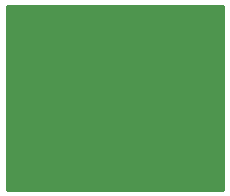
<source format=gbr>
G04 #@! TF.FileFunction,Copper,L1,Top,Signal*
%FSLAX46Y46*%
G04 Gerber Fmt 4.6, Leading zero omitted, Abs format (unit mm)*
G04 Created by KiCad (PCBNEW 4.0.6) date Fri Aug  4 20:23:31 2017*
%MOMM*%
%LPD*%
G01*
G04 APERTURE LIST*
%ADD10C,0.100000*%
%ADD11C,0.254000*%
G04 APERTURE END LIST*
D10*
D11*
G36*
X145790000Y-107890000D02*
X127510000Y-107890000D01*
X127510000Y-92310000D01*
X145790000Y-92310000D01*
X145790000Y-107890000D01*
X145790000Y-107890000D01*
G37*
X145790000Y-107890000D02*
X127510000Y-107890000D01*
X127510000Y-92310000D01*
X145790000Y-92310000D01*
X145790000Y-107890000D01*
M02*

</source>
